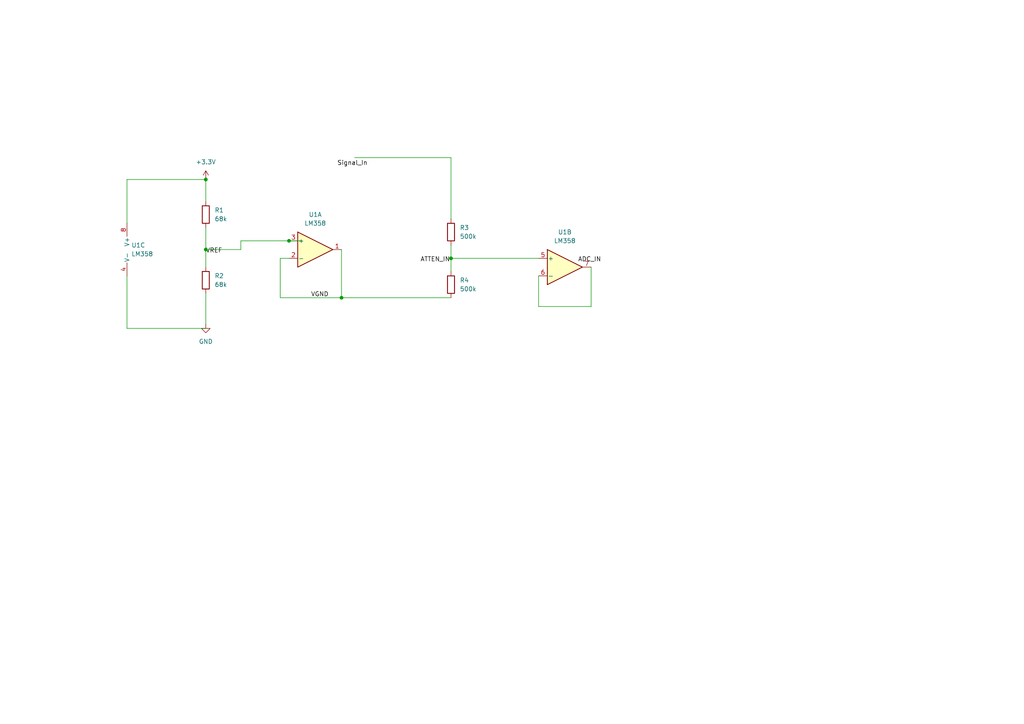
<source format=kicad_sch>
(kicad_sch (version 20250114) (generator "eeschema") (generator_version "9.0")
  (paper "A4")
  (lib_symbols
    (symbol "Amplifier_Operational:LM358" (pin_names (offset 0.127))
      (property "Reference" "U" (at 0 5.08 0))
      (property "Value" "LM358" (at 0 -5.08 0))
      (symbol "LM358_1_1"
        (polyline (pts (xy -5.08 5.08) (xy 5.08 0) (xy -5.08 -5.08) (xy -5.08 5.08)) (stroke (width 0.254)) (fill (type background)))
        (pin input line (at -7.62 2.54 0) (length 2.54) (name "+") (number "3"))
        (pin input line (at -7.62 -2.54 0) (length 2.54) (name "-") (number "2"))
        (pin output line (at 7.62 0 180) (length 2.54) (name "~") (number "1"))
      )
      (symbol "LM358_2_1"
        (polyline (pts (xy -5.08 5.08) (xy 5.08 0) (xy -5.08 -5.08) (xy -5.08 5.08)) (stroke (width 0.254)) (fill (type background)))
        (pin input line (at -7.62 2.54 0) (length 2.54) (name "+") (number "5"))
        (pin input line (at -7.62 -2.54 0) (length 2.54) (name "-") (number "6"))
        (pin output line (at 7.62 0 180) (length 2.54) (name "~") (number "7"))
      )
      (symbol "LM358_3_1"
        (pin power_in line (at -2.54 7.62 270) (length 3.81) (name "V+") (number "8"))
        (pin power_in line (at -2.54 -7.62 90) (length 3.81) (name "V-") (number "4"))
      )
    )
    (symbol "Device:R" (pin_numbers (hide yes)) (pin_names (offset 0))
      (property "Reference" "R" (at 2.032 0 90))
      (property "Value" "R" (at 0 0 90))
      (symbol "R_0_1"
        (rectangle (start -1.016 -2.54) (end 1.016 2.54) (stroke (width 0.254)))
      )
      (symbol "R_1_1"
        (pin passive line (at 0 3.81 270) (length 1.27) (name "~") (number "1"))
        (pin passive line (at 0 -3.81 90) (length 1.27) (name "~") (number "2"))
      )
    )
    (symbol "power:+3.3V" (power) (pin_numbers (hide yes)) (pin_names (offset 0) (hide yes))
      (property "Value" "+3.3V" (at 0 3.556 0))
      (symbol "+3.3V_0_1"
        (polyline (pts (xy -0.762 1.27) (xy 0 2.54)))
        (polyline (pts (xy 0 2.54) (xy 0.762 1.27)))
        (polyline (pts (xy 0 0) (xy 0 2.54)))
      )
      (symbol "+3.3V_1_1"
        (pin power_in line (at 0 0 90) (length 0) (name "~") (number "1"))
      )
    )
    (symbol "power:GND" (power) (pin_numbers (hide yes)) (pin_names (offset 0) (hide yes))
      (property "Value" "GND" (at 0 -3.81 0))
      (symbol "GND_0_1"
        (polyline (pts (xy 0 0) (xy 0 -1.27) (xy 1.27 -1.27) (xy 0 -2.54) (xy -1.27 -1.27) (xy 0 -1.27)))
      )
      (symbol "GND_1_1"
        (pin power_in line (at 0 0 270) (length 0) (name "~") (number "1"))
      )
    )
  )
  (junction (at 59.69 72.39))
  (junction (at 130.81 74.93))
  (junction (at 99.06 86.36))
  (junction (at 59.69 52.07))
  (junction (at 83.82 69.85))
  (wire (pts (xy 130.81 74.93) (xy 156.21 74.93)))
  (wire (pts (xy 59.69 52.07) (xy 36.83 52.07)))
  (wire (pts (xy 130.81 63.5) (xy 130.81 45.72)))
  (wire (pts (xy 99.06 86.36) (xy 130.81 86.36)))
  (wire (pts (xy 171.45 77.47) (xy 171.45 88.9)))
  (wire (pts (xy 83.82 69.85) (xy 87.63 69.85)))
  (wire (pts (xy 81.28 74.93) (xy 81.28 86.36)))
  (wire (pts (xy 171.45 88.9) (xy 156.21 88.9)))
  (wire (pts (xy 130.81 71.12) (xy 130.81 74.93)))
  (wire (pts (xy 99.06 86.36) (xy 99.06 72.39)))
  (wire (pts (xy 59.69 72.39) (xy 59.69 77.47)))
  (wire (pts (xy 102.87 45.72) (xy 130.81 45.72)))
  (wire (pts (xy 59.69 72.39) (xy 69.85 72.39)))
  (wire (pts (xy 59.69 52.07) (xy 59.69 58.42)))
  (wire (pts (xy 81.28 86.36) (xy 99.06 86.36)))
  (wire (pts (xy 69.85 69.85) (xy 83.82 69.85)))
  (wire (pts (xy 36.83 52.07) (xy 36.83 64.77)))
  (wire (pts (xy 59.69 66.04) (xy 59.69 72.39)))
  (wire (pts (xy 156.21 88.9) (xy 156.21 80.01)))
  (wire (pts (xy 69.85 72.39) (xy 69.85 69.85)))
  (wire (pts (xy 83.82 74.93) (xy 81.28 74.93)))
  (wire (pts (xy 130.81 74.93) (xy 130.81 78.74)))
  (wire (pts (xy 59.69 85.09) (xy 59.69 93.98)))
  (wire (pts (xy 59.69 95.25) (xy 36.83 95.25)))
  (wire (pts (xy 36.83 95.25) (xy 36.83 80.01)))
  (label "ATTEN_IN" (at 121.92 76.2 0))
  (label "ADC_IN" (at 167.64 76.2 0))
  (label "VGND" (at 90.17 86.36 0))
  (label "Signal_In" (at 97.79 48.26 0))
  (label "VREF" (at 59.69 73.66 0))
  (symbol (lib_id "power:GND") (at 59.69 93.98 0) (unit 1)
    (property "Reference" "#PWR02" (effects (hide yes)))
    (property "Value" "GND" (at 59.69 99.06 0))
    (property "Description" "Power symbol creates a global label with name \"GND\" , ground" (effects (hide yes)))
  )
  (symbol (lib_id "Device:R") (at 59.69 81.28 0) (unit 1)
    (property "Reference" "R2" (at 62.23 80.0099 0) (effects (justify left)))
    (property "Value" "68k" (at 62.23 82.5499 0) (effects (justify left)))
    (property "Description" "Resistor" (effects (hide yes)))
  )
  (symbol (lib_id "Device:R") (at 130.81 82.55 0) (unit 1)
    (property "Reference" "R4" (at 133.35 81.2799 0) (effects (justify left)))
    (property "Value" "500k" (at 133.35 83.8199 0) (effects (justify left)))
    (property "Description" "Resistor" (effects (hide yes)))
  )
  (symbol (lib_id "Amplifier_Operational:LM358") (at 163.83 77.47 0) (unit 2)
    (property "Reference" "U1" (at 163.83 67.31 0))
    (property "Value" "LM358" (at 163.83 69.85 0))
    (property "Datasheet" "http://www.ti.com/lit/ds/symlink/lm2904-n.pdf" (effects (hide yes)))
    (property "Description" "Low-Power, Dual Operational Amplifiers, DIP-8/SOIC-8/TO-99-8" (effects (hide yes)))
  )
  (symbol (lib_id "Amplifier_Operational:LM358") (at 39.37 72.39 0) (unit 3)
    (property "Reference" "U1" (at 38.1 71.1199 0) (effects (justify left)))
    (property "Value" "LM358" (at 38.1 73.6599 0) (effects (justify left)))
    (property "Datasheet" "http://www.ti.com/lit/ds/symlink/lm2904-n.pdf" (effects (hide yes)))
    (property "Description" "Low-Power, Dual Operational Amplifiers, DIP-8/SOIC-8/TO-99-8" (effects (hide yes)))
  )
  (symbol (lib_id "Device:R") (at 59.69 62.23 0) (unit 1)
    (property "Reference" "R1" (at 62.23 60.9599 0) (effects (justify left)))
    (property "Value" "68k" (at 62.23 63.4999 0) (effects (justify left)))
    (property "Description" "Resistor" (effects (hide yes)))
  )
  (symbol (lib_id "power:+3.3V") (at 59.69 52.07 0) (unit 1)
    (property "Reference" "#PWR01" (effects (hide yes)))
    (property "Value" "+3.3V" (at 59.69 46.99 0))
    (property "Description" "Power symbol creates a global label with name \"+3.3V\"" (effects (hide yes)))
  )
  (symbol (lib_id "Device:R") (at 130.81 67.31 0) (unit 1)
    (property "Reference" "R3" (at 133.35 66.0399 0) (effects (justify left)))
    (property "Value" "500k" (at 133.35 68.5799 0) (effects (justify left)))
    (property "Description" "Resistor" (effects (hide yes)))
  )
  (symbol (lib_id "Amplifier_Operational:LM358") (at 91.44 72.39 0) (unit 1)
    (property "Reference" "U1" (at 91.44 62.23 0))
    (property "Value" "LM358" (at 91.44 64.77 0))
    (property "Datasheet" "http://www.ti.com/lit/ds/symlink/lm2904-n.pdf" (effects (hide yes)))
    (property "Description" "Low-Power, Dual Operational Amplifiers, DIP-8/SOIC-8/TO-99-8" (effects (hide yes)))
  )
)
</source>
